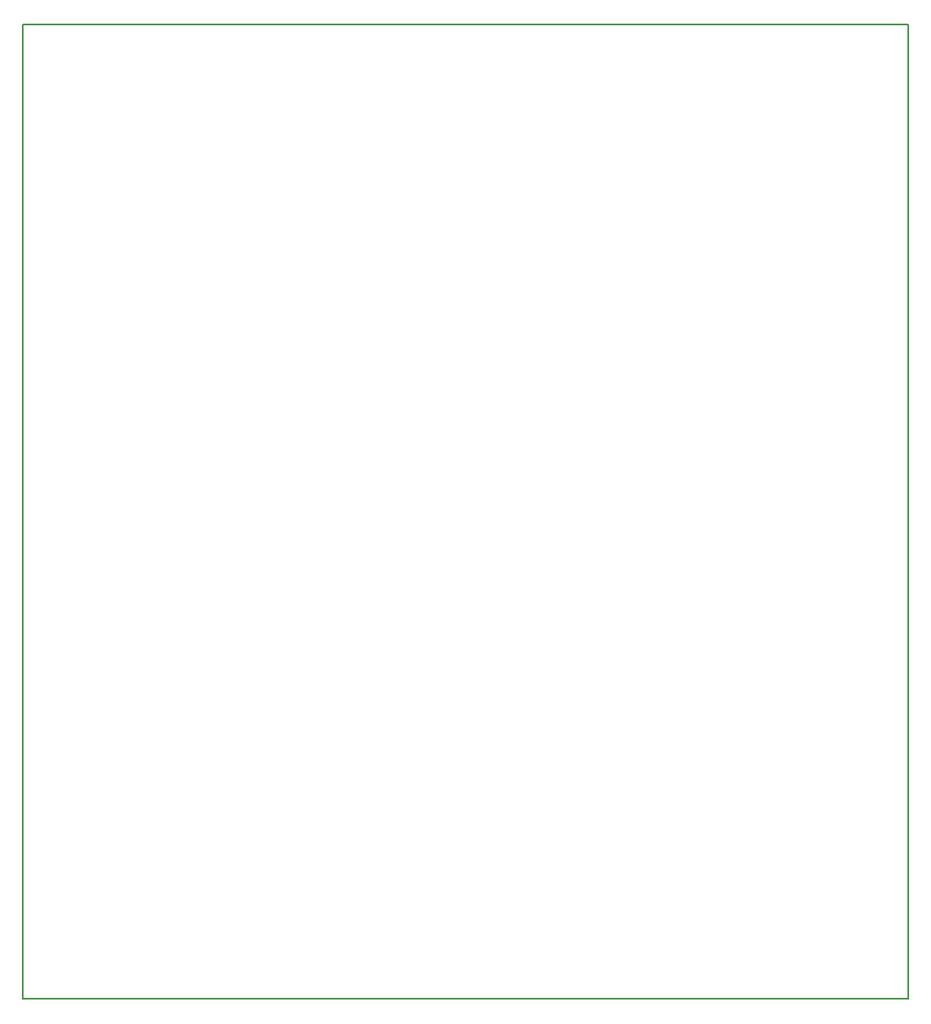
<source format=gm1>
G04 #@! TF.FileFunction,Profile,NP*
%FSLAX46Y46*%
G04 Gerber Fmt 4.6, Leading zero omitted, Abs format (unit mm)*
G04 Created by KiCad (PCBNEW 4.0.4-1.fc24-product) date Sun Dec 11 17:37:08 2016*
%MOMM*%
%LPD*%
G01*
G04 APERTURE LIST*
%ADD10C,0.100000*%
%ADD11C,0.150000*%
G04 APERTURE END LIST*
D10*
D11*
X91440000Y-128270000D02*
X91440000Y-30480000D01*
X180340000Y-128270000D02*
X91440000Y-128270000D01*
X180340000Y-30480000D02*
X180340000Y-128270000D01*
X91440000Y-30480000D02*
X180340000Y-30480000D01*
M02*

</source>
